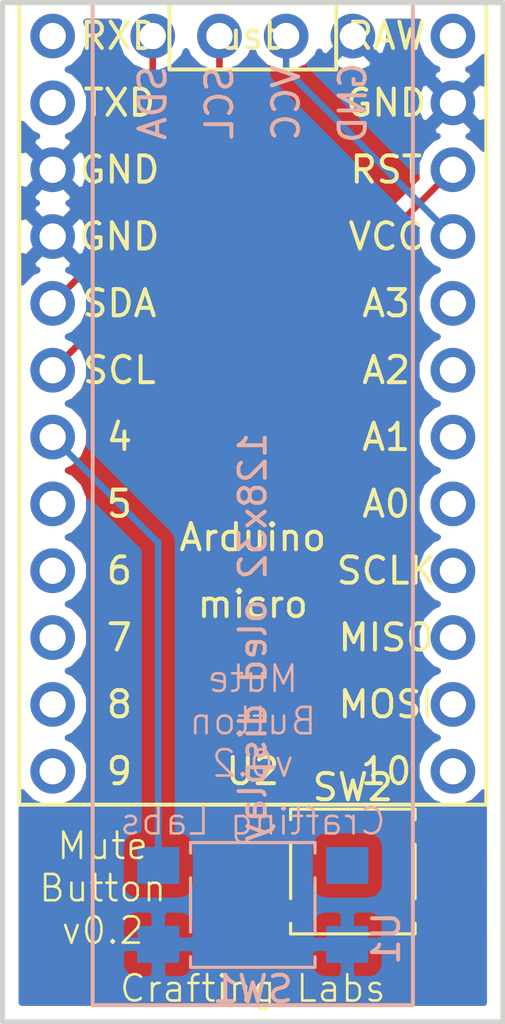
<source format=kicad_pcb>
(kicad_pcb (version 20171130) (host pcbnew 5.0.2-bee76a0~70~ubuntu18.04.1)

  (general
    (thickness 1.6)
    (drawings 8)
    (tracks 12)
    (zones 0)
    (modules 4)
    (nets 7)
  )

  (page A4)
  (layers
    (0 F.Cu signal)
    (31 B.Cu signal)
    (32 B.Adhes user)
    (33 F.Adhes user)
    (34 B.Paste user)
    (35 F.Paste user)
    (36 B.SilkS user)
    (37 F.SilkS user)
    (38 B.Mask user)
    (39 F.Mask user)
    (40 Dwgs.User user)
    (41 Cmts.User user)
    (42 Eco1.User user)
    (43 Eco2.User user)
    (44 Edge.Cuts user)
    (45 Margin user)
    (46 B.CrtYd user)
    (47 F.CrtYd user)
    (48 B.Fab user)
    (49 F.Fab user)
  )

  (setup
    (last_trace_width 0.25)
    (trace_clearance 0.2)
    (zone_clearance 0.508)
    (zone_45_only no)
    (trace_min 0.2)
    (segment_width 0.2)
    (edge_width 0.15)
    (via_size 0.8)
    (via_drill 0.4)
    (via_min_size 0.4)
    (via_min_drill 0.3)
    (uvia_size 0.3)
    (uvia_drill 0.1)
    (uvias_allowed no)
    (uvia_min_size 0.2)
    (uvia_min_drill 0.1)
    (pcb_text_width 0.3)
    (pcb_text_size 1.5 1.5)
    (mod_edge_width 0.15)
    (mod_text_size 1 1)
    (mod_text_width 0.15)
    (pad_size 1.524 1.524)
    (pad_drill 0.762)
    (pad_to_mask_clearance 0.051)
    (solder_mask_min_width 0.25)
    (aux_axis_origin 0 0)
    (visible_elements FFFFFF7F)
    (pcbplotparams
      (layerselection 0x010fc_ffffffff)
      (usegerberextensions false)
      (usegerberattributes false)
      (usegerberadvancedattributes false)
      (creategerberjobfile false)
      (excludeedgelayer true)
      (linewidth 0.100000)
      (plotframeref false)
      (viasonmask false)
      (mode 1)
      (useauxorigin false)
      (hpglpennumber 1)
      (hpglpenspeed 20)
      (hpglpendiameter 15.000000)
      (psnegative false)
      (psa4output false)
      (plotreference true)
      (plotvalue true)
      (plotinvisibletext false)
      (padsonsilk false)
      (subtractmaskfromsilk false)
      (outputformat 1)
      (mirror false)
      (drillshape 1)
      (scaleselection 1)
      (outputdirectory ""))
  )

  (net 0 "")
  (net 1 "Net-(SW1-Pad2)")
  (net 2 GND)
  (net 3 RST)
  (net 4 VCC)
  (net 5 SCK)
  (net 6 SDA)

  (net_class Default "This is the default net class."
    (clearance 0.2)
    (trace_width 0.25)
    (via_dia 0.8)
    (via_drill 0.4)
    (uvia_dia 0.3)
    (uvia_drill 0.1)
    (add_net GND)
    (add_net "Net-(SW1-Pad2)")
    (add_net RST)
    (add_net SCK)
    (add_net SDA)
    (add_net VCC)
  )

  (module crafting-labs:display_128x32_i2c (layer B.Cu) (tedit 605F0C4C) (tstamp 605D01B2)
    (at 167.64 81.915 270)
    (path /6044F24D)
    (fp_text reference U1 (at 15.875 -5.08 270) (layer B.SilkS)
      (effects (font (size 1 1) (thickness 0.15)) (justify mirror))
    )
    (fp_text value display_128x32_i2c (at 11.43 6.985 270) (layer B.Fab)
      (effects (font (size 1 1) (thickness 0.15)) (justify mirror))
    )
    (fp_text user GND (at -15.875 -3.81 270) (layer B.SilkS)
      (effects (font (size 1 1) (thickness 0.15)) (justify mirror))
    )
    (fp_text user VCC (at -15.875 -1.27 270) (layer B.SilkS)
      (effects (font (size 1 1) (thickness 0.15)) (justify mirror))
    )
    (fp_text user SCL (at -15.875 1.27 270) (layer B.SilkS)
      (effects (font (size 1 1) (thickness 0.15)) (justify mirror))
    )
    (fp_text user SDA (at -15.875 3.81 270) (layer B.SilkS)
      (effects (font (size 1 1) (thickness 0.15)) (justify mirror))
    )
    (fp_text user "128x32 oled display" (at 4.445 0 270) (layer B.SilkS)
      (effects (font (size 1 1) (thickness 0.15)) (justify mirror))
    )
    (fp_line (start 18.415 6.096) (end 18.415 -6.096) (layer B.SilkS) (width 0.15))
    (fp_line (start -19.685 6.096) (end 18.415 6.096) (layer B.SilkS) (width 0.15))
    (fp_line (start -19.685 6.096) (end -19.685 -6.096) (layer B.SilkS) (width 0.15))
    (fp_line (start -19.685 -6.096) (end 18.415 -6.096) (layer B.SilkS) (width 0.15))
    (pad 4 thru_hole circle (at -18.415 3.81 270) (size 1.7 1.7) (drill 1) (layers *.Cu *.Mask)
      (net 6 SDA))
    (pad 3 thru_hole circle (at -18.415 1.27 270) (size 1.7 1.7) (drill 1) (layers *.Cu *.Mask)
      (net 5 SCK))
    (pad 2 thru_hole circle (at -18.415 -1.27 270) (size 1.7 1.7) (drill 1) (layers *.Cu *.Mask)
      (net 4 VCC))
    (pad 1 thru_hole circle (at -18.415 -3.81 270) (size 1.7 1.7) (drill 1) (layers *.Cu *.Mask)
      (net 2 GND))
  )

  (module crafting-labs:arduino_micro (layer F.Cu) (tedit 605F0BEB) (tstamp 605D01F0)
    (at 167.64 77.47)
    (path /6044F0EA)
    (fp_text reference U2 (at 0 13.97) (layer F.SilkS)
      (effects (font (size 1 1) (thickness 0.15)))
    )
    (fp_text value Arduino_micro (at 0 0) (layer F.Fab)
      (effects (font (size 1 1) (thickness 0.15)))
    )
    (fp_text user usb (at 0 -13.97) (layer F.SilkS)
      (effects (font (size 1 1) (thickness 0.15)))
    )
    (fp_text user RAW (at 5.08 -13.97) (layer F.SilkS)
      (effects (font (size 1 1) (thickness 0.15)))
    )
    (fp_text user GND (at 5.08 -11.43) (layer F.SilkS)
      (effects (font (size 1 1) (thickness 0.15)))
    )
    (fp_text user RST (at 5.08 -8.89) (layer F.SilkS)
      (effects (font (size 1 1) (thickness 0.15)))
    )
    (fp_text user VCC (at 5.08 -6.35) (layer F.SilkS)
      (effects (font (size 1 1) (thickness 0.15)))
    )
    (fp_text user A3 (at 5.08 -3.81) (layer F.SilkS)
      (effects (font (size 1 1) (thickness 0.15)))
    )
    (fp_text user A2 (at 5.08 -1.27) (layer F.SilkS)
      (effects (font (size 1 1) (thickness 0.15)))
    )
    (fp_text user A1 (at 5.08 1.27) (layer F.SilkS)
      (effects (font (size 1 1) (thickness 0.15)))
    )
    (fp_text user A0 (at 5.08 3.81) (layer F.SilkS)
      (effects (font (size 1 1) (thickness 0.15)))
    )
    (fp_text user SCLK (at 5.08 6.35) (layer F.SilkS)
      (effects (font (size 1 1) (thickness 0.15)))
    )
    (fp_text user MISO (at 5.08 8.89) (layer F.SilkS)
      (effects (font (size 1 1) (thickness 0.15)))
    )
    (fp_text user MOSI (at 5.08 11.43) (layer F.SilkS)
      (effects (font (size 1 1) (thickness 0.15)))
    )
    (fp_text user 10 (at 5.08 13.97) (layer F.SilkS)
      (effects (font (size 1 1) (thickness 0.15)))
    )
    (fp_text user micro (at 0 7.62) (layer F.SilkS)
      (effects (font (size 1 1) (thickness 0.15)))
    )
    (fp_text user Arduino (at 0 5.08) (layer F.SilkS)
      (effects (font (size 1 1) (thickness 0.15)))
    )
    (fp_text user 9 (at -5.08 13.97) (layer F.SilkS)
      (effects (font (size 1 1) (thickness 0.15)))
    )
    (fp_text user 8 (at -5.08 11.43) (layer F.SilkS)
      (effects (font (size 1 1) (thickness 0.15)))
    )
    (fp_text user 7 (at -5.08 8.89) (layer F.SilkS)
      (effects (font (size 1 1) (thickness 0.15)))
    )
    (fp_text user 6 (at -5.08 6.35) (layer F.SilkS)
      (effects (font (size 1 1) (thickness 0.15)))
    )
    (fp_text user 5 (at -5.08 3.81) (layer F.SilkS)
      (effects (font (size 1 1) (thickness 0.15)))
    )
    (fp_text user 4 (at -5.08 1.27) (layer F.SilkS)
      (effects (font (size 1 1) (thickness 0.15)))
    )
    (fp_text user SCL (at -5.08 -1.27) (layer F.SilkS)
      (effects (font (size 1 1) (thickness 0.15)))
    )
    (fp_text user SDA (at -5.08 -3.81) (layer F.SilkS)
      (effects (font (size 1 1) (thickness 0.15)))
    )
    (fp_text user GND (at -5.08 -6.35) (layer F.SilkS)
      (effects (font (size 1 1) (thickness 0.15)))
    )
    (fp_text user GND (at -5.08 -8.89) (layer F.SilkS)
      (effects (font (size 1 1) (thickness 0.15)))
    )
    (fp_text user TXD (at -5.08 -11.43) (layer F.SilkS)
      (effects (font (size 1 1) (thickness 0.15)))
    )
    (fp_text user RXD (at -5.08 -13.97) (layer F.SilkS)
      (effects (font (size 1 1) (thickness 0.15)))
    )
    (fp_line (start -3.175 -15.24) (end -3.175 -12.7) (layer F.SilkS) (width 0.15))
    (fp_line (start 3.175 -12.7) (end 3.175 -15.24) (layer F.SilkS) (width 0.15))
    (fp_line (start -3.175 -12.7) (end 3.175 -12.7) (layer F.SilkS) (width 0.15))
    (fp_line (start -8.89 -15.24) (end -8.89 15.24) (layer F.SilkS) (width 0.15))
    (fp_line (start 8.89 -15.24) (end -8.89 -15.24) (layer F.SilkS) (width 0.15))
    (fp_line (start 8.89 15.24) (end 8.89 -15.24) (layer F.SilkS) (width 0.15))
    (fp_line (start -8.89 15.24) (end 8.89 15.24) (layer F.SilkS) (width 0.15))
    (pad RAW thru_hole circle (at 7.62 -13.97) (size 1.7 1.7) (drill 1) (layers *.Cu *.Mask))
    (pad GND thru_hole circle (at 7.62 -11.43) (size 1.7 1.7) (drill 1) (layers *.Cu *.Mask)
      (net 2 GND))
    (pad RST thru_hole circle (at 7.62 -8.89) (size 1.7 1.7) (drill 1) (layers *.Cu *.Mask)
      (net 3 RST))
    (pad VCC thru_hole circle (at 7.62 -6.35) (size 1.7 1.7) (drill 1) (layers *.Cu *.Mask)
      (net 4 VCC))
    (pad 21 thru_hole circle (at 7.62 -3.81) (size 1.7 1.7) (drill 1) (layers *.Cu *.Mask))
    (pad 20 thru_hole circle (at 7.62 -1.27) (size 1.7 1.7) (drill 1) (layers *.Cu *.Mask))
    (pad 19 thru_hole circle (at 7.62 1.27) (size 1.7 1.7) (drill 1) (layers *.Cu *.Mask))
    (pad 18 thru_hole circle (at 7.62 3.81) (size 1.7 1.7) (drill 1) (layers *.Cu *.Mask))
    (pad 15 thru_hole circle (at 7.62 6.35) (size 1.7 1.7) (drill 1) (layers *.Cu *.Mask))
    (pad 14 thru_hole circle (at 7.62 8.89) (size 1.7 1.7) (drill 1) (layers *.Cu *.Mask))
    (pad 16 thru_hole circle (at 7.62 11.43) (size 1.7 1.7) (drill 1) (layers *.Cu *.Mask))
    (pad 10 thru_hole circle (at 7.62 13.97) (size 1.7 1.7) (drill 1) (layers *.Cu *.Mask))
    (pad 9 thru_hole circle (at -7.62 13.97) (size 1.7 1.7) (drill 1) (layers *.Cu *.Mask))
    (pad 8 thru_hole circle (at -7.62 11.43) (size 1.7 1.7) (drill 1) (layers *.Cu *.Mask))
    (pad 7 thru_hole circle (at -7.62 8.89) (size 1.7 1.7) (drill 1) (layers *.Cu *.Mask))
    (pad 6 thru_hole circle (at -7.62 6.35) (size 1.7 1.7) (drill 1) (layers *.Cu *.Mask))
    (pad 5 thru_hole circle (at -7.62 3.81) (size 1.7 1.7) (drill 1) (layers *.Cu *.Mask))
    (pad 4 thru_hole circle (at -7.62 1.27) (size 1.7 1.7) (drill 1) (layers *.Cu *.Mask)
      (net 1 "Net-(SW1-Pad2)"))
    (pad 3 thru_hole circle (at -7.62 -1.27) (size 1.7 1.7) (drill 1) (layers *.Cu *.Mask)
      (net 5 SCK))
    (pad 2 thru_hole circle (at -7.62 -3.81) (size 1.7 1.7) (drill 1) (layers *.Cu *.Mask)
      (net 6 SDA))
    (pad GND thru_hole circle (at -7.62 -6.35) (size 1.7 1.7) (drill 1) (layers *.Cu *.Mask)
      (net 2 GND))
    (pad GND thru_hole circle (at -7.62 -8.89) (size 1.7 1.7) (drill 1) (layers *.Cu *.Mask)
      (net 2 GND))
    (pad RXD thru_hole circle (at -7.62 -11.43) (size 1.7 1.7) (drill 1) (layers *.Cu *.Mask))
    (pad TXD thru_hole circle (at -7.62 -13.97) (size 1.7 1.7) (drill 1) (layers *.Cu *.Mask))
  )

  (module Button_Switch_SMD:SW_SPST_TL3305A (layer B.Cu) (tedit 5ABC3A97) (tstamp 605D0177)
    (at 167.64 96.52)
    (descr https://www.e-switch.com/system/asset/product_line/data_sheet/213/TL3305.pdf)
    (tags "TL3305 Series Tact Switch")
    (path /6044FE32)
    (attr smd)
    (fp_text reference SW1 (at 0 3.2) (layer B.SilkS)
      (effects (font (size 1 1) (thickness 0.15)) (justify mirror))
    )
    (fp_text value SW_Push (at 0 -3.2) (layer B.Fab)
      (effects (font (size 1 1) (thickness 0.15)) (justify mirror))
    )
    (fp_line (start -4.65 2.5) (end 4.65 2.5) (layer B.CrtYd) (width 0.05))
    (fp_line (start -4.65 -2.5) (end -4.65 2.5) (layer B.CrtYd) (width 0.05))
    (fp_line (start 4.65 -2.5) (end -4.65 -2.5) (layer B.CrtYd) (width 0.05))
    (fp_line (start 4.65 2.5) (end 4.65 -2.5) (layer B.CrtYd) (width 0.05))
    (fp_line (start -2.37 -1.03) (end -2.37 1.03) (layer B.SilkS) (width 0.12))
    (fp_line (start 2.37 -1.03) (end 2.37 1.03) (layer B.SilkS) (width 0.12))
    (fp_line (start 2.37 -2.37) (end 2.37 -1.97) (layer B.SilkS) (width 0.12))
    (fp_line (start -2.37 -2.37) (end 2.37 -2.37) (layer B.SilkS) (width 0.12))
    (fp_line (start -2.37 -2.37) (end -2.37 -1.97) (layer B.SilkS) (width 0.12))
    (fp_line (start 2.37 2.37) (end 2.37 1.97) (layer B.SilkS) (width 0.12))
    (fp_line (start -2.37 2.37) (end -2.37 1.97) (layer B.SilkS) (width 0.12))
    (fp_line (start -2.37 2.37) (end 2.37 2.37) (layer B.SilkS) (width 0.12))
    (fp_text user %R (at 0 0) (layer B.Fab)
      (effects (font (size 0.5 0.5) (thickness 0.075)) (justify mirror))
    )
    (fp_line (start -2.25 2.25) (end 2.25 2.25) (layer B.Fab) (width 0.1))
    (fp_line (start 2.25 2.25) (end 2.25 -2.25) (layer B.Fab) (width 0.1))
    (fp_line (start 2.25 -2.25) (end -2.25 -2.25) (layer B.Fab) (width 0.1))
    (fp_line (start -2.25 -2.25) (end -2.25 2.25) (layer B.Fab) (width 0.1))
    (fp_circle (center 0 0) (end 1.25 0) (layer B.Fab) (width 0.1))
    (fp_line (start 2.25 1.15) (end 3.75 1.15) (layer B.Fab) (width 0.1))
    (fp_line (start 3.75 1.15) (end 3.75 1.85) (layer B.Fab) (width 0.1))
    (fp_line (start 3.75 1.85) (end 2.25 1.85) (layer B.Fab) (width 0.1))
    (fp_line (start 2.25 -1.15) (end 3.75 -1.15) (layer B.Fab) (width 0.1))
    (fp_line (start 3.75 -1.15) (end 3.75 -1.85) (layer B.Fab) (width 0.1))
    (fp_line (start 3.75 -1.85) (end 2.25 -1.85) (layer B.Fab) (width 0.1))
    (fp_line (start -2.25 1.85) (end -3.75 1.85) (layer B.Fab) (width 0.1))
    (fp_line (start -3.75 1.85) (end -3.75 1.15) (layer B.Fab) (width 0.1))
    (fp_line (start -3.75 1.15) (end -2.25 1.15) (layer B.Fab) (width 0.1))
    (fp_line (start -2.25 -1.15) (end -3.75 -1.15) (layer B.Fab) (width 0.1))
    (fp_line (start -3.75 -1.15) (end -3.75 -1.85) (layer B.Fab) (width 0.1))
    (fp_line (start -3.75 -1.85) (end -2.25 -1.85) (layer B.Fab) (width 0.1))
    (fp_line (start 3 1.85) (end 3 1.15) (layer B.Fab) (width 0.1))
    (fp_line (start 3 -1.15) (end 3 -1.85) (layer B.Fab) (width 0.1))
    (fp_line (start -3 1.85) (end -3 1.15) (layer B.Fab) (width 0.1))
    (fp_line (start -3 -1.15) (end -3 -1.85) (layer B.Fab) (width 0.1))
    (pad 2 smd rect (at -3.6 -1.5) (size 1.6 1.4) (layers B.Cu B.Paste B.Mask)
      (net 1 "Net-(SW1-Pad2)"))
    (pad 2 smd rect (at 3.6 -1.5) (size 1.6 1.4) (layers B.Cu B.Paste B.Mask)
      (net 1 "Net-(SW1-Pad2)"))
    (pad 1 smd rect (at -3.6 1.5) (size 1.6 1.4) (layers B.Cu B.Paste B.Mask)
      (net 2 GND))
    (pad 1 smd rect (at 3.6 1.5) (size 1.6 1.4) (layers B.Cu B.Paste B.Mask)
      (net 2 GND))
    (model ${KISYS3DMOD}/Button_Switch_SMD.3dshapes/SW_SPST_TL3305A.wrl
      (at (xyz 0 0 0))
      (scale (xyz 1 1 1))
      (rotate (xyz 0 0 0))
    )
  )

  (module Button_Switch_SMD:SW_SPST_TL3305A (layer F.Cu) (tedit 6044EF5F) (tstamp 605D05FC)
    (at 171.45 95.25)
    (descr https://www.e-switch.com/system/asset/product_line/data_sheet/213/TL3305.pdf)
    (tags "TL3305 Series Tact Switch")
    (path /6044FCD2)
    (attr smd)
    (fp_text reference SW2 (at 0 -3.2) (layer F.SilkS)
      (effects (font (size 1 1) (thickness 0.15)))
    )
    (fp_text value Reset (at 0 3.2) (layer F.Fab)
      (effects (font (size 1 1) (thickness 0.15)))
    )
    (fp_line (start -3 1.15) (end -3 1.85) (layer F.Fab) (width 0.1))
    (fp_line (start -3 -1.85) (end -3 -1.15) (layer F.Fab) (width 0.1))
    (fp_line (start 3 1.15) (end 3 1.85) (layer F.Fab) (width 0.1))
    (fp_line (start 3 -1.85) (end 3 -1.15) (layer F.Fab) (width 0.1))
    (fp_line (start -3.75 1.85) (end -2.25 1.85) (layer F.Fab) (width 0.1))
    (fp_line (start -3.75 1.15) (end -3.75 1.85) (layer F.Fab) (width 0.1))
    (fp_line (start -2.25 1.15) (end -3.75 1.15) (layer F.Fab) (width 0.1))
    (fp_line (start -3.75 -1.15) (end -2.25 -1.15) (layer F.Fab) (width 0.1))
    (fp_line (start -3.75 -1.85) (end -3.75 -1.15) (layer F.Fab) (width 0.1))
    (fp_line (start -2.25 -1.85) (end -3.75 -1.85) (layer F.Fab) (width 0.1))
    (fp_line (start 3.75 1.85) (end 2.25 1.85) (layer F.Fab) (width 0.1))
    (fp_line (start 3.75 1.15) (end 3.75 1.85) (layer F.Fab) (width 0.1))
    (fp_line (start 2.25 1.15) (end 3.75 1.15) (layer F.Fab) (width 0.1))
    (fp_line (start 3.75 -1.85) (end 2.25 -1.85) (layer F.Fab) (width 0.1))
    (fp_line (start 3.75 -1.15) (end 3.75 -1.85) (layer F.Fab) (width 0.1))
    (fp_line (start 2.25 -1.15) (end 3.75 -1.15) (layer F.Fab) (width 0.1))
    (fp_circle (center 0 0) (end 1.25 0) (layer F.Fab) (width 0.1))
    (fp_line (start -2.25 2.25) (end -2.25 -2.25) (layer F.Fab) (width 0.1))
    (fp_line (start 2.25 2.25) (end -2.25 2.25) (layer F.Fab) (width 0.1))
    (fp_line (start 2.25 -2.25) (end 2.25 2.25) (layer F.Fab) (width 0.1))
    (fp_line (start -2.25 -2.25) (end 2.25 -2.25) (layer F.Fab) (width 0.1))
    (fp_text user %R (at 0 0) (layer F.Fab)
      (effects (font (size 0.5 0.5) (thickness 0.075)))
    )
    (fp_line (start -2.37 -2.37) (end 2.37 -2.37) (layer F.SilkS) (width 0.12))
    (fp_line (start -2.37 -2.37) (end -2.37 -1.97) (layer F.SilkS) (width 0.12))
    (fp_line (start 2.37 -2.37) (end 2.37 -1.97) (layer F.SilkS) (width 0.12))
    (fp_line (start -2.37 2.37) (end -2.37 1.97) (layer F.SilkS) (width 0.12))
    (fp_line (start -2.37 2.37) (end 2.37 2.37) (layer F.SilkS) (width 0.12))
    (fp_line (start 2.37 2.37) (end 2.37 1.97) (layer F.SilkS) (width 0.12))
    (fp_line (start 2.37 1.03) (end 2.37 -1.03) (layer F.SilkS) (width 0.12))
    (fp_line (start -2.37 1.03) (end -2.37 -1.03) (layer F.SilkS) (width 0.12))
    (fp_line (start 4.65 -2.5) (end 4.65 2.5) (layer F.CrtYd) (width 0.05))
    (fp_line (start 4.65 2.5) (end -4.65 2.5) (layer F.CrtYd) (width 0.05))
    (fp_line (start -4.65 2.5) (end -4.65 -2.5) (layer F.CrtYd) (width 0.05))
    (fp_line (start -4.65 -2.5) (end 4.65 -2.5) (layer F.CrtYd) (width 0.05))
    (pad 1 smd rect (at 3.6 -1.5) (size 1.6 1.4) (layers F.Cu F.Paste F.Mask)
      (net 2 GND))
    (pad 1 smd rect (at -3.6 -1.5) (size 1.6 1.4) (layers F.Cu F.Paste F.Mask)
      (net 2 GND))
    (pad 2 smd rect (at 3.6 1.5) (size 1.6 1.4) (layers F.Cu F.Paste F.Mask)
      (net 3 RST))
    (pad 2 smd rect (at -3.6 1.5) (size 1.6 1.4) (layers F.Cu F.Paste F.Mask)
      (net 3 RST))
    (model ${KISYS3DMOD}/Button_Switch_SMD.3dshapes/SW_SPST_TL3305A.wrl
      (at (xyz 0 0 0))
      (scale (xyz 1 1 1))
      (rotate (xyz 0 0 0))
    )
  )

  (gr_text "Crafting Labs" (at 167.64 93.345) (layer B.SilkS) (tstamp 6045256A)
    (effects (font (size 1 1) (thickness 0.1)) (justify mirror))
  )
  (gr_text "Mute\nButton\nv0.2" (at 167.64 89.535) (layer B.SilkS) (tstamp 60452564)
    (effects (font (size 1 1) (thickness 0.1)) (justify mirror))
  )
  (gr_text "Crafting Labs" (at 167.64 99.695) (layer F.SilkS)
    (effects (font (size 1 1) (thickness 0.1)))
  )
  (gr_text "Mute\nButton\nv0.2" (at 161.925 95.885) (layer F.SilkS)
    (effects (font (size 1 1) (thickness 0.1)))
  )
  (gr_line (start 158.115 100.965) (end 158.115 62.23) (layer Edge.Cuts) (width 0.2))
  (gr_line (start 177.165 100.965) (end 158.115 100.965) (layer Edge.Cuts) (width 0.2))
  (gr_line (start 177.165 62.23) (end 177.165 100.965) (layer Edge.Cuts) (width 0.2))
  (gr_line (start 158.115 62.23) (end 177.165 62.23) (layer Edge.Cuts) (width 0.2))

  (segment (start 164.04 82.76) (end 164.04 95.02) (width 0.25) (layer B.Cu) (net 1))
  (segment (start 160.02 78.74) (end 164.04 82.76) (width 0.25) (layer B.Cu) (net 1))
  (segment (start 167.75 96.75) (end 167.85 96.75) (width 0.25) (layer F.Cu) (net 3))
  (segment (start 166.37 95.37) (end 167.75 96.75) (width 0.25) (layer F.Cu) (net 3))
  (segment (start 166.37 77.47) (end 166.37 95.37) (width 0.25) (layer F.Cu) (net 3))
  (segment (start 175.26 68.58) (end 166.37 77.47) (width 0.25) (layer F.Cu) (net 3))
  (segment (start 168.91 64.77) (end 175.26 71.12) (width 0.25) (layer B.Cu) (net 4))
  (segment (start 168.91 63.5) (end 168.91 64.77) (width 0.25) (layer B.Cu) (net 4))
  (segment (start 166.37 69.85) (end 166.37 63.5) (width 0.25) (layer F.Cu) (net 5))
  (segment (start 160.02 76.2) (end 166.37 69.85) (width 0.25) (layer F.Cu) (net 5))
  (segment (start 163.83 69.85) (end 160.02 73.66) (width 0.25) (layer F.Cu) (net 6))
  (segment (start 163.83 63.5) (end 163.83 69.85) (width 0.25) (layer F.Cu) (net 6))

  (zone (net 2) (net_name GND) (layer F.Cu) (tstamp 0) (hatch edge 0.508)
    (connect_pads (clearance 0.508))
    (min_thickness 0.254)
    (fill yes (arc_segments 16) (thermal_gap 0.508) (thermal_bridge_width 0.508))
    (polygon
      (pts
        (xy 158.115 62.23) (xy 177.165 62.23) (xy 177.165 100.965) (xy 158.115 100.965)
      )
    )
    (filled_polygon
      (pts
        (xy 173.863 63.222119) (xy 173.863 63.777881) (xy 174.07568 64.291337) (xy 174.468663 64.68432) (xy 174.659647 64.763428)
        (xy 174.528857 64.817603) (xy 174.459392 65.059787) (xy 175.26 65.860395) (xy 176.060608 65.059787) (xy 175.991143 64.817603)
        (xy 175.850607 64.767465) (xy 176.051337 64.68432) (xy 176.43 64.305657) (xy 176.43 65.293828) (xy 176.240213 65.239392)
        (xy 175.439605 66.04) (xy 176.240213 66.840608) (xy 176.43 66.786172) (xy 176.43 67.774343) (xy 176.051337 67.39568)
        (xy 175.860353 67.316572) (xy 175.991143 67.262397) (xy 176.060608 67.020213) (xy 175.26 66.219605) (xy 174.459392 67.020213)
        (xy 174.528857 67.262397) (xy 174.669393 67.312535) (xy 174.468663 67.39568) (xy 174.07568 67.788663) (xy 173.863 68.302119)
        (xy 173.863 68.857881) (xy 173.87598 68.889218) (xy 165.88553 76.879669) (xy 165.822071 76.922071) (xy 165.654096 77.173464)
        (xy 165.61 77.395149) (xy 165.61 77.395153) (xy 165.595112 77.47) (xy 165.61 77.544847) (xy 165.610001 95.295148)
        (xy 165.595112 95.37) (xy 165.654097 95.666537) (xy 165.744768 95.802235) (xy 165.822072 95.917929) (xy 165.885528 95.960329)
        (xy 166.40256 96.477361) (xy 166.40256 97.45) (xy 166.451843 97.697765) (xy 166.592191 97.907809) (xy 166.802235 98.048157)
        (xy 167.05 98.09744) (xy 168.65 98.09744) (xy 168.897765 98.048157) (xy 169.107809 97.907809) (xy 169.248157 97.697765)
        (xy 169.29744 97.45) (xy 169.29744 96.05) (xy 169.248157 95.802235) (xy 169.107809 95.592191) (xy 168.897765 95.451843)
        (xy 168.65 95.40256) (xy 167.477361 95.40256) (xy 167.159801 95.085) (xy 167.56425 95.085) (xy 167.723 94.92625)
        (xy 167.723 93.877) (xy 167.977 93.877) (xy 167.977 94.92625) (xy 168.13575 95.085) (xy 168.776309 95.085)
        (xy 169.009698 94.988327) (xy 169.188327 94.809699) (xy 169.285 94.57631) (xy 169.285 94.03575) (xy 173.615 94.03575)
        (xy 173.615 94.57631) (xy 173.711673 94.809699) (xy 173.890302 94.988327) (xy 174.123691 95.085) (xy 174.76425 95.085)
        (xy 174.923 94.92625) (xy 174.923 93.877) (xy 173.77375 93.877) (xy 173.615 94.03575) (xy 169.285 94.03575)
        (xy 169.12625 93.877) (xy 167.977 93.877) (xy 167.723 93.877) (xy 167.703 93.877) (xy 167.703 93.623)
        (xy 167.723 93.623) (xy 167.723 92.57375) (xy 167.977 92.57375) (xy 167.977 93.623) (xy 169.12625 93.623)
        (xy 169.285 93.46425) (xy 169.285 92.92369) (xy 169.188327 92.690301) (xy 169.009698 92.511673) (xy 168.776309 92.415)
        (xy 168.13575 92.415) (xy 167.977 92.57375) (xy 167.723 92.57375) (xy 167.56425 92.415) (xy 167.13 92.415)
        (xy 167.13 77.784801) (xy 173.863 71.051802) (xy 173.863 71.397881) (xy 174.07568 71.911337) (xy 174.468663 72.30432)
        (xy 174.675513 72.39) (xy 174.468663 72.47568) (xy 174.07568 72.868663) (xy 173.863 73.382119) (xy 173.863 73.937881)
        (xy 174.07568 74.451337) (xy 174.468663 74.84432) (xy 174.675513 74.93) (xy 174.468663 75.01568) (xy 174.07568 75.408663)
        (xy 173.863 75.922119) (xy 173.863 76.477881) (xy 174.07568 76.991337) (xy 174.468663 77.38432) (xy 174.675513 77.47)
        (xy 174.468663 77.55568) (xy 174.07568 77.948663) (xy 173.863 78.462119) (xy 173.863 79.017881) (xy 174.07568 79.531337)
        (xy 174.468663 79.92432) (xy 174.675513 80.01) (xy 174.468663 80.09568) (xy 174.07568 80.488663) (xy 173.863 81.002119)
        (xy 173.863 81.557881) (xy 174.07568 82.071337) (xy 174.468663 82.46432) (xy 174.675513 82.55) (xy 174.468663 82.63568)
        (xy 174.07568 83.028663) (xy 173.863 83.542119) (xy 173.863 84.097881) (xy 174.07568 84.611337) (xy 174.468663 85.00432)
        (xy 174.675513 85.09) (xy 174.468663 85.17568) (xy 174.07568 85.568663) (xy 173.863 86.082119) (xy 173.863 86.637881)
        (xy 174.07568 87.151337) (xy 174.468663 87.54432) (xy 174.675513 87.63) (xy 174.468663 87.71568) (xy 174.07568 88.108663)
        (xy 173.863 88.622119) (xy 173.863 89.177881) (xy 174.07568 89.691337) (xy 174.468663 90.08432) (xy 174.675513 90.17)
        (xy 174.468663 90.25568) (xy 174.07568 90.648663) (xy 173.863 91.162119) (xy 173.863 91.717881) (xy 174.07568 92.231337)
        (xy 174.259343 92.415) (xy 174.123691 92.415) (xy 173.890302 92.511673) (xy 173.711673 92.690301) (xy 173.615 92.92369)
        (xy 173.615 93.46425) (xy 173.77375 93.623) (xy 174.923 93.623) (xy 174.923 93.603) (xy 175.177 93.603)
        (xy 175.177 93.623) (xy 175.197 93.623) (xy 175.197 93.877) (xy 175.177 93.877) (xy 175.177 94.92625)
        (xy 175.33575 95.085) (xy 175.976309 95.085) (xy 176.209698 94.988327) (xy 176.388327 94.809699) (xy 176.430001 94.70909)
        (xy 176.430001 95.775063) (xy 176.307809 95.592191) (xy 176.097765 95.451843) (xy 175.85 95.40256) (xy 174.25 95.40256)
        (xy 174.002235 95.451843) (xy 173.792191 95.592191) (xy 173.651843 95.802235) (xy 173.60256 96.05) (xy 173.60256 97.45)
        (xy 173.651843 97.697765) (xy 173.792191 97.907809) (xy 174.002235 98.048157) (xy 174.25 98.09744) (xy 175.85 98.09744)
        (xy 176.097765 98.048157) (xy 176.307809 97.907809) (xy 176.430001 97.724937) (xy 176.430001 100.23) (xy 158.85 100.23)
        (xy 158.85 92.245657) (xy 159.228663 92.62432) (xy 159.742119 92.837) (xy 160.297881 92.837) (xy 160.811337 92.62432)
        (xy 161.20432 92.231337) (xy 161.417 91.717881) (xy 161.417 91.162119) (xy 161.20432 90.648663) (xy 160.811337 90.25568)
        (xy 160.604487 90.17) (xy 160.811337 90.08432) (xy 161.20432 89.691337) (xy 161.417 89.177881) (xy 161.417 88.622119)
        (xy 161.20432 88.108663) (xy 160.811337 87.71568) (xy 160.604487 87.63) (xy 160.811337 87.54432) (xy 161.20432 87.151337)
        (xy 161.417 86.637881) (xy 161.417 86.082119) (xy 161.20432 85.568663) (xy 160.811337 85.17568) (xy 160.604487 85.09)
        (xy 160.811337 85.00432) (xy 161.20432 84.611337) (xy 161.417 84.097881) (xy 161.417 83.542119) (xy 161.20432 83.028663)
        (xy 160.811337 82.63568) (xy 160.604487 82.55) (xy 160.811337 82.46432) (xy 161.20432 82.071337) (xy 161.417 81.557881)
        (xy 161.417 81.002119) (xy 161.20432 80.488663) (xy 160.811337 80.09568) (xy 160.604487 80.01) (xy 160.811337 79.92432)
        (xy 161.20432 79.531337) (xy 161.417 79.017881) (xy 161.417 78.462119) (xy 161.20432 77.948663) (xy 160.811337 77.55568)
        (xy 160.604487 77.47) (xy 160.811337 77.38432) (xy 161.20432 76.991337) (xy 161.417 76.477881) (xy 161.417 75.922119)
        (xy 161.40402 75.890782) (xy 166.854473 70.440329) (xy 166.917929 70.397929) (xy 167.085904 70.146537) (xy 167.13 69.924852)
        (xy 167.13 69.924848) (xy 167.144888 69.850001) (xy 167.13 69.775154) (xy 167.13 65.832302) (xy 173.850856 65.832302)
        (xy 173.878638 66.387368) (xy 174.037603 66.771143) (xy 174.279787 66.840608) (xy 175.080395 66.04) (xy 174.279787 65.239392)
        (xy 174.037603 65.308857) (xy 173.850856 65.832302) (xy 167.13 65.832302) (xy 167.13 64.6973) (xy 167.161337 64.68432)
        (xy 167.55432 64.291337) (xy 167.64 64.084487) (xy 167.72568 64.291337) (xy 168.118663 64.68432) (xy 168.632119 64.897)
        (xy 169.187881 64.897) (xy 169.701337 64.68432) (xy 169.905444 64.480213) (xy 170.649392 64.480213) (xy 170.718857 64.722397)
        (xy 171.242302 64.909144) (xy 171.797368 64.881362) (xy 172.181143 64.722397) (xy 172.250608 64.480213) (xy 171.45 63.679605)
        (xy 170.649392 64.480213) (xy 169.905444 64.480213) (xy 170.09432 64.291337) (xy 170.173428 64.100353) (xy 170.227603 64.231143)
        (xy 170.469787 64.300608) (xy 171.270395 63.5) (xy 171.256253 63.485858) (xy 171.435858 63.306253) (xy 171.45 63.320395)
        (xy 171.464143 63.306253) (xy 171.643748 63.485858) (xy 171.629605 63.5) (xy 172.430213 64.300608) (xy 172.672397 64.231143)
        (xy 172.859144 63.707698) (xy 172.831362 63.152632) (xy 172.753642 62.965) (xy 173.969502 62.965)
      )
    )
    (filled_polygon
      (pts
        (xy 162.433 63.222119) (xy 162.433 63.777881) (xy 162.64568 64.291337) (xy 163.038663 64.68432) (xy 163.07 64.6973)
        (xy 163.070001 69.535197) (xy 161.421916 71.183283) (xy 161.401362 70.772632) (xy 161.242397 70.388857) (xy 161.000213 70.319392)
        (xy 160.199605 71.12) (xy 160.213748 71.134143) (xy 160.034143 71.313748) (xy 160.02 71.299605) (xy 159.219392 72.100213)
        (xy 159.288857 72.342397) (xy 159.429393 72.392535) (xy 159.228663 72.47568) (xy 158.85 72.854343) (xy 158.85 71.866172)
        (xy 159.039787 71.920608) (xy 159.840395 71.12) (xy 159.039787 70.319392) (xy 158.85 70.373828) (xy 158.85 69.560213)
        (xy 159.219392 69.560213) (xy 159.288857 69.802397) (xy 159.412344 69.846453) (xy 159.288857 69.897603) (xy 159.219392 70.139787)
        (xy 160.02 70.940395) (xy 160.820608 70.139787) (xy 160.751143 69.897603) (xy 160.627656 69.853547) (xy 160.751143 69.802397)
        (xy 160.820608 69.560213) (xy 160.02 68.759605) (xy 159.219392 69.560213) (xy 158.85 69.560213) (xy 158.85 69.326172)
        (xy 159.039787 69.380608) (xy 159.840395 68.58) (xy 160.199605 68.58) (xy 161.000213 69.380608) (xy 161.242397 69.311143)
        (xy 161.429144 68.787698) (xy 161.401362 68.232632) (xy 161.242397 67.848857) (xy 161.000213 67.779392) (xy 160.199605 68.58)
        (xy 159.840395 68.58) (xy 159.039787 67.779392) (xy 158.85 67.833828) (xy 158.85 66.845657) (xy 159.228663 67.22432)
        (xy 159.419647 67.303428) (xy 159.288857 67.357603) (xy 159.219392 67.599787) (xy 160.02 68.400395) (xy 160.820608 67.599787)
        (xy 160.751143 67.357603) (xy 160.610607 67.307465) (xy 160.811337 67.22432) (xy 161.20432 66.831337) (xy 161.417 66.317881)
        (xy 161.417 65.762119) (xy 161.20432 65.248663) (xy 160.811337 64.85568) (xy 160.604487 64.77) (xy 160.811337 64.68432)
        (xy 161.20432 64.291337) (xy 161.417 63.777881) (xy 161.417 63.222119) (xy 161.310498 62.965) (xy 162.539502 62.965)
      )
    )
  )
  (zone (net 2) (net_name GND) (layer B.Cu) (tstamp 0) (hatch edge 0.508)
    (connect_pads (clearance 0.508))
    (min_thickness 0.254)
    (fill yes (arc_segments 16) (thermal_gap 0.508) (thermal_bridge_width 0.508))
    (polygon
      (pts
        (xy 158.115 62.23) (xy 177.165 62.23) (xy 177.165 100.965) (xy 158.115 100.965)
      )
    )
    (filled_polygon
      (pts
        (xy 162.433 63.222119) (xy 162.433 63.777881) (xy 162.64568 64.291337) (xy 163.038663 64.68432) (xy 163.552119 64.897)
        (xy 164.107881 64.897) (xy 164.621337 64.68432) (xy 165.01432 64.291337) (xy 165.1 64.084487) (xy 165.18568 64.291337)
        (xy 165.578663 64.68432) (xy 166.092119 64.897) (xy 166.647881 64.897) (xy 167.161337 64.68432) (xy 167.55432 64.291337)
        (xy 167.64 64.084487) (xy 167.72568 64.291337) (xy 168.118663 64.68432) (xy 168.149605 64.697137) (xy 168.135112 64.77)
        (xy 168.150001 64.844852) (xy 168.194097 65.066537) (xy 168.362072 65.317929) (xy 168.425528 65.360329) (xy 173.87598 70.810782)
        (xy 173.863 70.842119) (xy 173.863 71.397881) (xy 174.07568 71.911337) (xy 174.468663 72.30432) (xy 174.675513 72.39)
        (xy 174.468663 72.47568) (xy 174.07568 72.868663) (xy 173.863 73.382119) (xy 173.863 73.937881) (xy 174.07568 74.451337)
        (xy 174.468663 74.84432) (xy 174.675513 74.93) (xy 174.468663 75.01568) (xy 174.07568 75.408663) (xy 173.863 75.922119)
        (xy 173.863 76.477881) (xy 174.07568 76.991337) (xy 174.468663 77.38432) (xy 174.675513 77.47) (xy 174.468663 77.55568)
        (xy 174.07568 77.948663) (xy 173.863 78.462119) (xy 173.863 79.017881) (xy 174.07568 79.531337) (xy 174.468663 79.92432)
        (xy 174.675513 80.01) (xy 174.468663 80.09568) (xy 174.07568 80.488663) (xy 173.863 81.002119) (xy 173.863 81.557881)
        (xy 174.07568 82.071337) (xy 174.468663 82.46432) (xy 174.675513 82.55) (xy 174.468663 82.63568) (xy 174.07568 83.028663)
        (xy 173.863 83.542119) (xy 173.863 84.097881) (xy 174.07568 84.611337) (xy 174.468663 85.00432) (xy 174.675513 85.09)
        (xy 174.468663 85.17568) (xy 174.07568 85.568663) (xy 173.863 86.082119) (xy 173.863 86.637881) (xy 174.07568 87.151337)
        (xy 174.468663 87.54432) (xy 174.675513 87.63) (xy 174.468663 87.71568) (xy 174.07568 88.108663) (xy 173.863 88.622119)
        (xy 173.863 89.177881) (xy 174.07568 89.691337) (xy 174.468663 90.08432) (xy 174.675513 90.17) (xy 174.468663 90.25568)
        (xy 174.07568 90.648663) (xy 173.863 91.162119) (xy 173.863 91.717881) (xy 174.07568 92.231337) (xy 174.468663 92.62432)
        (xy 174.982119 92.837) (xy 175.537881 92.837) (xy 176.051337 92.62432) (xy 176.430001 92.245656) (xy 176.430001 100.23)
        (xy 158.85 100.23) (xy 158.85 98.30575) (xy 162.605 98.30575) (xy 162.605 98.84631) (xy 162.701673 99.079699)
        (xy 162.880302 99.258327) (xy 163.113691 99.355) (xy 163.75425 99.355) (xy 163.913 99.19625) (xy 163.913 98.147)
        (xy 164.167 98.147) (xy 164.167 99.19625) (xy 164.32575 99.355) (xy 164.966309 99.355) (xy 165.199698 99.258327)
        (xy 165.378327 99.079699) (xy 165.475 98.84631) (xy 165.475 98.30575) (xy 169.805 98.30575) (xy 169.805 98.84631)
        (xy 169.901673 99.079699) (xy 170.080302 99.258327) (xy 170.313691 99.355) (xy 170.95425 99.355) (xy 171.113 99.19625)
        (xy 171.113 98.147) (xy 171.367 98.147) (xy 171.367 99.19625) (xy 171.52575 99.355) (xy 172.166309 99.355)
        (xy 172.399698 99.258327) (xy 172.578327 99.079699) (xy 172.675 98.84631) (xy 172.675 98.30575) (xy 172.51625 98.147)
        (xy 171.367 98.147) (xy 171.113 98.147) (xy 169.96375 98.147) (xy 169.805 98.30575) (xy 165.475 98.30575)
        (xy 165.31625 98.147) (xy 164.167 98.147) (xy 163.913 98.147) (xy 162.76375 98.147) (xy 162.605 98.30575)
        (xy 158.85 98.30575) (xy 158.85 97.19369) (xy 162.605 97.19369) (xy 162.605 97.73425) (xy 162.76375 97.893)
        (xy 163.913 97.893) (xy 163.913 96.84375) (xy 164.167 96.84375) (xy 164.167 97.893) (xy 165.31625 97.893)
        (xy 165.475 97.73425) (xy 165.475 97.19369) (xy 169.805 97.19369) (xy 169.805 97.73425) (xy 169.96375 97.893)
        (xy 171.113 97.893) (xy 171.113 96.84375) (xy 171.367 96.84375) (xy 171.367 97.893) (xy 172.51625 97.893)
        (xy 172.675 97.73425) (xy 172.675 97.19369) (xy 172.578327 96.960301) (xy 172.399698 96.781673) (xy 172.166309 96.685)
        (xy 171.52575 96.685) (xy 171.367 96.84375) (xy 171.113 96.84375) (xy 170.95425 96.685) (xy 170.313691 96.685)
        (xy 170.080302 96.781673) (xy 169.901673 96.960301) (xy 169.805 97.19369) (xy 165.475 97.19369) (xy 165.378327 96.960301)
        (xy 165.199698 96.781673) (xy 164.966309 96.685) (xy 164.32575 96.685) (xy 164.167 96.84375) (xy 163.913 96.84375)
        (xy 163.75425 96.685) (xy 163.113691 96.685) (xy 162.880302 96.781673) (xy 162.701673 96.960301) (xy 162.605 97.19369)
        (xy 158.85 97.19369) (xy 158.85 92.245657) (xy 159.228663 92.62432) (xy 159.742119 92.837) (xy 160.297881 92.837)
        (xy 160.811337 92.62432) (xy 161.20432 92.231337) (xy 161.417 91.717881) (xy 161.417 91.162119) (xy 161.20432 90.648663)
        (xy 160.811337 90.25568) (xy 160.604487 90.17) (xy 160.811337 90.08432) (xy 161.20432 89.691337) (xy 161.417 89.177881)
        (xy 161.417 88.622119) (xy 161.20432 88.108663) (xy 160.811337 87.71568) (xy 160.604487 87.63) (xy 160.811337 87.54432)
        (xy 161.20432 87.151337) (xy 161.417 86.637881) (xy 161.417 86.082119) (xy 161.20432 85.568663) (xy 160.811337 85.17568)
        (xy 160.604487 85.09) (xy 160.811337 85.00432) (xy 161.20432 84.611337) (xy 161.417 84.097881) (xy 161.417 83.542119)
        (xy 161.20432 83.028663) (xy 160.811337 82.63568) (xy 160.604487 82.55) (xy 160.811337 82.46432) (xy 161.20432 82.071337)
        (xy 161.417 81.557881) (xy 161.417 81.211801) (xy 163.28 83.074802) (xy 163.280001 93.67256) (xy 163.24 93.67256)
        (xy 162.992235 93.721843) (xy 162.782191 93.862191) (xy 162.641843 94.072235) (xy 162.59256 94.32) (xy 162.59256 95.72)
        (xy 162.641843 95.967765) (xy 162.782191 96.177809) (xy 162.992235 96.318157) (xy 163.24 96.36744) (xy 164.84 96.36744)
        (xy 165.087765 96.318157) (xy 165.297809 96.177809) (xy 165.438157 95.967765) (xy 165.48744 95.72) (xy 165.48744 94.32)
        (xy 169.79256 94.32) (xy 169.79256 95.72) (xy 169.841843 95.967765) (xy 169.982191 96.177809) (xy 170.192235 96.318157)
        (xy 170.44 96.36744) (xy 172.04 96.36744) (xy 172.287765 96.318157) (xy 172.497809 96.177809) (xy 172.638157 95.967765)
        (xy 172.68744 95.72) (xy 172.68744 94.32) (xy 172.638157 94.072235) (xy 172.497809 93.862191) (xy 172.287765 93.721843)
        (xy 172.04 93.67256) (xy 170.44 93.67256) (xy 170.192235 93.721843) (xy 169.982191 93.862191) (xy 169.841843 94.072235)
        (xy 169.79256 94.32) (xy 165.48744 94.32) (xy 165.438157 94.072235) (xy 165.297809 93.862191) (xy 165.087765 93.721843)
        (xy 164.84 93.67256) (xy 164.8 93.67256) (xy 164.8 82.834848) (xy 164.814888 82.76) (xy 164.8 82.685152)
        (xy 164.8 82.685148) (xy 164.755904 82.463463) (xy 164.587929 82.212071) (xy 164.524473 82.169671) (xy 161.40402 79.049218)
        (xy 161.417 79.017881) (xy 161.417 78.462119) (xy 161.20432 77.948663) (xy 160.811337 77.55568) (xy 160.604487 77.47)
        (xy 160.811337 77.38432) (xy 161.20432 76.991337) (xy 161.417 76.477881) (xy 161.417 75.922119) (xy 161.20432 75.408663)
        (xy 160.811337 75.01568) (xy 160.604487 74.93) (xy 160.811337 74.84432) (xy 161.20432 74.451337) (xy 161.417 73.937881)
        (xy 161.417 73.382119) (xy 161.20432 72.868663) (xy 160.811337 72.47568) (xy 160.620353 72.396572) (xy 160.751143 72.342397)
        (xy 160.820608 72.100213) (xy 160.02 71.299605) (xy 159.219392 72.100213) (xy 159.288857 72.342397) (xy 159.429393 72.392535)
        (xy 159.228663 72.47568) (xy 158.85 72.854343) (xy 158.85 71.866172) (xy 159.039787 71.920608) (xy 159.840395 71.12)
        (xy 160.199605 71.12) (xy 161.000213 71.920608) (xy 161.242397 71.851143) (xy 161.429144 71.327698) (xy 161.401362 70.772632)
        (xy 161.242397 70.388857) (xy 161.000213 70.319392) (xy 160.199605 71.12) (xy 159.840395 71.12) (xy 159.039787 70.319392)
        (xy 158.85 70.373828) (xy 158.85 69.560213) (xy 159.219392 69.560213) (xy 159.288857 69.802397) (xy 159.412344 69.846453)
        (xy 159.288857 69.897603) (xy 159.219392 70.139787) (xy 160.02 70.940395) (xy 160.820608 70.139787) (xy 160.751143 69.897603)
        (xy 160.627656 69.853547) (xy 160.751143 69.802397) (xy 160.820608 69.560213) (xy 160.02 68.759605) (xy 159.219392 69.560213)
        (xy 158.85 69.560213) (xy 158.85 69.326172) (xy 159.039787 69.380608) (xy 159.840395 68.58) (xy 160.199605 68.58)
        (xy 161.000213 69.380608) (xy 161.242397 69.311143) (xy 161.429144 68.787698) (xy 161.401362 68.232632) (xy 161.242397 67.848857)
        (xy 161.000213 67.779392) (xy 160.199605 68.58) (xy 159.840395 68.58) (xy 159.039787 67.779392) (xy 158.85 67.833828)
        (xy 158.85 66.845657) (xy 159.228663 67.22432) (xy 159.419647 67.303428) (xy 159.288857 67.357603) (xy 159.219392 67.599787)
        (xy 160.02 68.400395) (xy 160.820608 67.599787) (xy 160.751143 67.357603) (xy 160.610607 67.307465) (xy 160.811337 67.22432)
        (xy 161.20432 66.831337) (xy 161.417 66.317881) (xy 161.417 65.762119) (xy 161.20432 65.248663) (xy 160.811337 64.85568)
        (xy 160.604487 64.77) (xy 160.811337 64.68432) (xy 161.20432 64.291337) (xy 161.417 63.777881) (xy 161.417 63.222119)
        (xy 161.310498 62.965) (xy 162.539502 62.965)
      )
    )
    (filled_polygon
      (pts
        (xy 173.863 63.222119) (xy 173.863 63.777881) (xy 174.07568 64.291337) (xy 174.468663 64.68432) (xy 174.659647 64.763428)
        (xy 174.528857 64.817603) (xy 174.459392 65.059787) (xy 175.26 65.860395) (xy 176.060608 65.059787) (xy 175.991143 64.817603)
        (xy 175.850607 64.767465) (xy 176.051337 64.68432) (xy 176.43 64.305657) (xy 176.43 65.293828) (xy 176.240213 65.239392)
        (xy 175.439605 66.04) (xy 176.240213 66.840608) (xy 176.43 66.786172) (xy 176.43 67.774343) (xy 176.051337 67.39568)
        (xy 175.860353 67.316572) (xy 175.991143 67.262397) (xy 176.060608 67.020213) (xy 175.26 66.219605) (xy 174.459392 67.020213)
        (xy 174.528857 67.262397) (xy 174.669393 67.312535) (xy 174.468663 67.39568) (xy 174.07568 67.788663) (xy 173.863 68.302119)
        (xy 173.863 68.648198) (xy 171.047104 65.832302) (xy 173.850856 65.832302) (xy 173.878638 66.387368) (xy 174.037603 66.771143)
        (xy 174.279787 66.840608) (xy 175.080395 66.04) (xy 174.279787 65.239392) (xy 174.037603 65.308857) (xy 173.850856 65.832302)
        (xy 171.047104 65.832302) (xy 169.800229 64.585428) (xy 169.905444 64.480213) (xy 170.649392 64.480213) (xy 170.718857 64.722397)
        (xy 171.242302 64.909144) (xy 171.797368 64.881362) (xy 172.181143 64.722397) (xy 172.250608 64.480213) (xy 171.45 63.679605)
        (xy 170.649392 64.480213) (xy 169.905444 64.480213) (xy 170.09432 64.291337) (xy 170.173428 64.100353) (xy 170.227603 64.231143)
        (xy 170.469787 64.300608) (xy 171.270395 63.5) (xy 171.256253 63.485858) (xy 171.435858 63.306253) (xy 171.45 63.320395)
        (xy 171.464143 63.306253) (xy 171.643748 63.485858) (xy 171.629605 63.5) (xy 172.430213 64.300608) (xy 172.672397 64.231143)
        (xy 172.859144 63.707698) (xy 172.831362 63.152632) (xy 172.753642 62.965) (xy 173.969502 62.965)
      )
    )
  )
)

</source>
